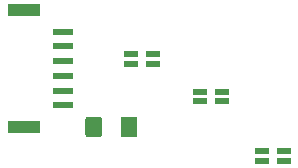
<source format=gbr>
G04 #@! TF.GenerationSoftware,KiCad,Pcbnew,(5.0.0)*
G04 #@! TF.CreationDate,2019-01-08T23:41:56-05:00*
G04 #@! TF.ProjectId,Relay Breakout,52656C617920427265616B6F75742E6B,rev?*
G04 #@! TF.SameCoordinates,Original*
G04 #@! TF.FileFunction,Paste,Top*
G04 #@! TF.FilePolarity,Positive*
%FSLAX46Y46*%
G04 Gerber Fmt 4.6, Leading zero omitted, Abs format (unit mm)*
G04 Created by KiCad (PCBNEW (5.0.0)) date 01/08/19 23:41:56*
%MOMM*%
%LPD*%
G01*
G04 APERTURE LIST*
%ADD10R,1.700000X0.600000*%
%ADD11R,2.800000X1.000000*%
%ADD12R,1.150000X0.550000*%
%ADD13C,0.100000*%
%ADD14C,1.425000*%
G04 APERTURE END LIST*
D10*
G04 #@! TO.C,J1*
X106667040Y-92626120D03*
X106667040Y-91376120D03*
X106667040Y-90126120D03*
X106667040Y-88876120D03*
X106667040Y-87626120D03*
X106667040Y-86376120D03*
D11*
X103317040Y-94476120D03*
X103317040Y-84526120D03*
G04 #@! TD*
D12*
G04 #@! TO.C,U1*
X123494800Y-96504760D03*
X123494800Y-97304760D03*
X125394800Y-96504760D03*
X125394800Y-97304760D03*
G04 #@! TD*
G04 #@! TO.C,U2*
X120121760Y-92255240D03*
X120121760Y-91455240D03*
X118221760Y-92255240D03*
X118221760Y-91455240D03*
G04 #@! TD*
G04 #@! TO.C,U3*
X112364520Y-88275160D03*
X112364520Y-89075160D03*
X114264520Y-88275160D03*
X114264520Y-89075160D03*
G04 #@! TD*
D13*
G04 #@! TO.C,F1*
G36*
X109747644Y-93568484D02*
X109771913Y-93572084D01*
X109795711Y-93578045D01*
X109818811Y-93586310D01*
X109840989Y-93596800D01*
X109862033Y-93609413D01*
X109881738Y-93624027D01*
X109899917Y-93640503D01*
X109916393Y-93658682D01*
X109931007Y-93678387D01*
X109943620Y-93699431D01*
X109954110Y-93721609D01*
X109962375Y-93744709D01*
X109968336Y-93768507D01*
X109971936Y-93792776D01*
X109973140Y-93817280D01*
X109973140Y-95067280D01*
X109971936Y-95091784D01*
X109968336Y-95116053D01*
X109962375Y-95139851D01*
X109954110Y-95162951D01*
X109943620Y-95185129D01*
X109931007Y-95206173D01*
X109916393Y-95225878D01*
X109899917Y-95244057D01*
X109881738Y-95260533D01*
X109862033Y-95275147D01*
X109840989Y-95287760D01*
X109818811Y-95298250D01*
X109795711Y-95306515D01*
X109771913Y-95312476D01*
X109747644Y-95316076D01*
X109723140Y-95317280D01*
X108798140Y-95317280D01*
X108773636Y-95316076D01*
X108749367Y-95312476D01*
X108725569Y-95306515D01*
X108702469Y-95298250D01*
X108680291Y-95287760D01*
X108659247Y-95275147D01*
X108639542Y-95260533D01*
X108621363Y-95244057D01*
X108604887Y-95225878D01*
X108590273Y-95206173D01*
X108577660Y-95185129D01*
X108567170Y-95162951D01*
X108558905Y-95139851D01*
X108552944Y-95116053D01*
X108549344Y-95091784D01*
X108548140Y-95067280D01*
X108548140Y-93817280D01*
X108549344Y-93792776D01*
X108552944Y-93768507D01*
X108558905Y-93744709D01*
X108567170Y-93721609D01*
X108577660Y-93699431D01*
X108590273Y-93678387D01*
X108604887Y-93658682D01*
X108621363Y-93640503D01*
X108639542Y-93624027D01*
X108659247Y-93609413D01*
X108680291Y-93596800D01*
X108702469Y-93586310D01*
X108725569Y-93578045D01*
X108749367Y-93572084D01*
X108773636Y-93568484D01*
X108798140Y-93567280D01*
X109723140Y-93567280D01*
X109747644Y-93568484D01*
X109747644Y-93568484D01*
G37*
D14*
X109260640Y-94442280D03*
D13*
G36*
X112722644Y-93568484D02*
X112746913Y-93572084D01*
X112770711Y-93578045D01*
X112793811Y-93586310D01*
X112815989Y-93596800D01*
X112837033Y-93609413D01*
X112856738Y-93624027D01*
X112874917Y-93640503D01*
X112891393Y-93658682D01*
X112906007Y-93678387D01*
X112918620Y-93699431D01*
X112929110Y-93721609D01*
X112937375Y-93744709D01*
X112943336Y-93768507D01*
X112946936Y-93792776D01*
X112948140Y-93817280D01*
X112948140Y-95067280D01*
X112946936Y-95091784D01*
X112943336Y-95116053D01*
X112937375Y-95139851D01*
X112929110Y-95162951D01*
X112918620Y-95185129D01*
X112906007Y-95206173D01*
X112891393Y-95225878D01*
X112874917Y-95244057D01*
X112856738Y-95260533D01*
X112837033Y-95275147D01*
X112815989Y-95287760D01*
X112793811Y-95298250D01*
X112770711Y-95306515D01*
X112746913Y-95312476D01*
X112722644Y-95316076D01*
X112698140Y-95317280D01*
X111773140Y-95317280D01*
X111748636Y-95316076D01*
X111724367Y-95312476D01*
X111700569Y-95306515D01*
X111677469Y-95298250D01*
X111655291Y-95287760D01*
X111634247Y-95275147D01*
X111614542Y-95260533D01*
X111596363Y-95244057D01*
X111579887Y-95225878D01*
X111565273Y-95206173D01*
X111552660Y-95185129D01*
X111542170Y-95162951D01*
X111533905Y-95139851D01*
X111527944Y-95116053D01*
X111524344Y-95091784D01*
X111523140Y-95067280D01*
X111523140Y-93817280D01*
X111524344Y-93792776D01*
X111527944Y-93768507D01*
X111533905Y-93744709D01*
X111542170Y-93721609D01*
X111552660Y-93699431D01*
X111565273Y-93678387D01*
X111579887Y-93658682D01*
X111596363Y-93640503D01*
X111614542Y-93624027D01*
X111634247Y-93609413D01*
X111655291Y-93596800D01*
X111677469Y-93586310D01*
X111700569Y-93578045D01*
X111724367Y-93572084D01*
X111748636Y-93568484D01*
X111773140Y-93567280D01*
X112698140Y-93567280D01*
X112722644Y-93568484D01*
X112722644Y-93568484D01*
G37*
D14*
X112235640Y-94442280D03*
G04 #@! TD*
M02*

</source>
